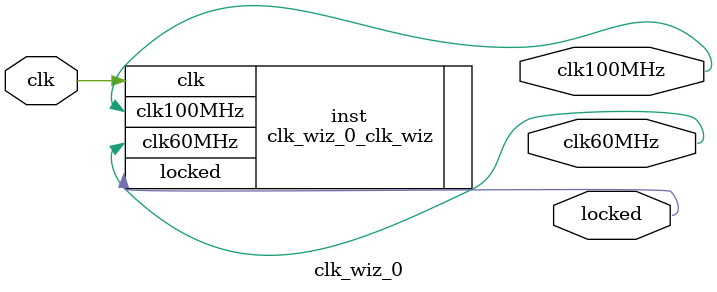
<source format=v>


`timescale 1ps/1ps

(* CORE_GENERATION_INFO = "clk_wiz_0,clk_wiz_v6_0_9_0_0,{component_name=clk_wiz_0,use_phase_alignment=true,use_min_o_jitter=false,use_max_i_jitter=false,use_dyn_phase_shift=false,use_inclk_switchover=false,use_dyn_reconfig=false,enable_axi=0,feedback_source=FDBK_AUTO,PRIMITIVE=MMCM,num_out_clk=2,clkin1_period=10.000,clkin2_period=10.000,use_power_down=false,use_reset=false,use_locked=true,use_inclk_stopped=false,feedback_type=SINGLE,CLOCK_MGR_TYPE=NA,manual_override=false}" *)

module clk_wiz_0 
 (
  // Clock out ports
  output        clk100MHz,
  output        clk60MHz,
  // Status and control signals
  output        locked,
 // Clock in ports
  input         clk
 );

  clk_wiz_0_clk_wiz inst
  (
  // Clock out ports  
  .clk100MHz(clk100MHz),
  .clk60MHz(clk60MHz),
  // Status and control signals               
  .locked(locked),
 // Clock in ports
  .clk(clk)
  );

endmodule

</source>
